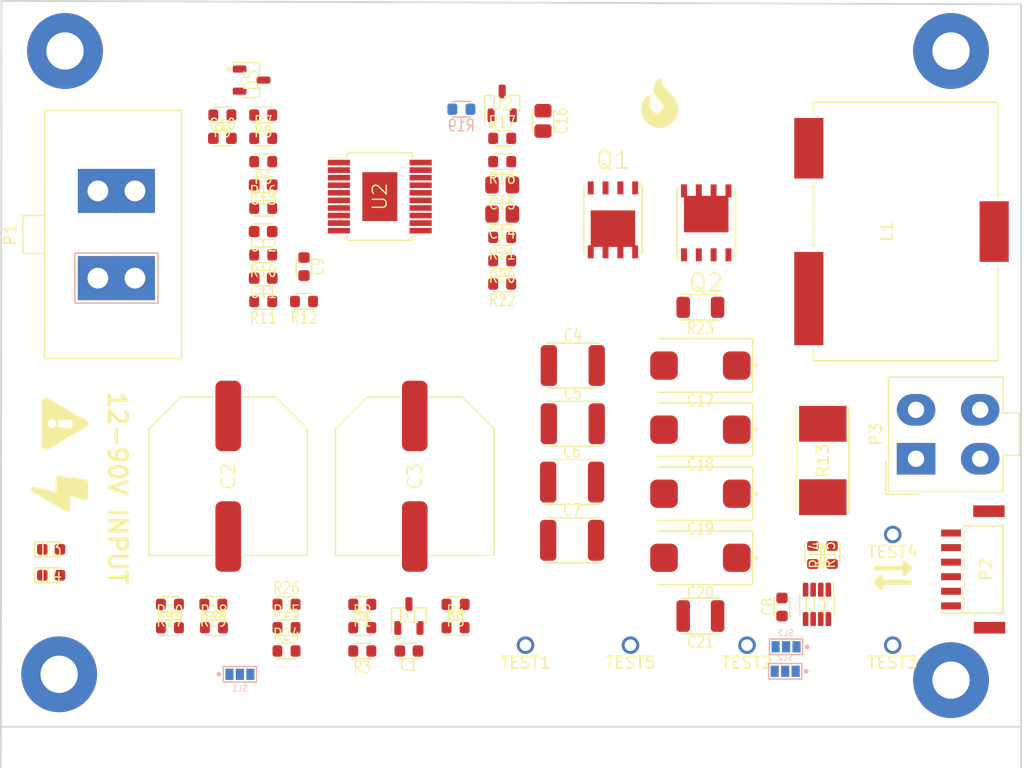
<source format=kicad_pcb>
(kicad_pcb (version 20171130) (host pcbnew "(5.0.1-3-g963ef8bb5)")
  (layers (0 F.Cu signal) (31 B.Cu signal) (34 B.Paste user) (35 F.Paste user) (36 B.SilkS user) (37 F.SilkS user) (38 B.Mask user) (39 F.Mask user) (44 Edge.Cuts user))
  (net 0 "")
  (net 1 "Net-(C1-Pad1)")
  (net 2 GND)
  (net 3 +BATT)
  (net 4 +3.3V)
  (net 5 "Net-(C9-Pad1)")
  (net 6 "Net-(C11-Pad1)")
  (net 7 "Net-(C10-Pad2)")
  (net 8 "Net-(C11-Pad2)")
  (net 9 "Net-(C12-Pad1)")
  (net 10 "Net-(C13-Pad1)")
  (net 11 "Net-(C14-Pad2)")
  (net 12 "Net-(C15-Pad2)")
  (net 13 "Net-(C16-Pad1)")
  (net 14 "Net-(C16-Pad2)")
  (net 15 +POWER)
  (net 16 "Net-(D3-PadA)")
  (net 17 "Net-(D4-PadA)")
  (net 18 /SUPPLY)
  (net 19 "Net-(Q1-Pad1)")
  (net 20 "Net-(Q2-Pad2)")
  (net 21 "Net-(Q2-Pad1)")
  (net 22 "Net-(R1-Pad1)")
  (net 23 VOLTAGE_INPUT)
  (net 24 "Net-(P2-Pad4)")
  (net 25 "Net-(R6-Pad1)")
  (net 26 "Net-(R7-Pad2)")
  (net 27 "Net-(R13-Pad3)")
  (net 28 "Net-(R14-Pad1)")
  (net 29 "Net-(R13-Pad4)")
  (net 30 "Net-(R15-Pad2)")
  (net 31 "Net-(R17-Pad1)")
  (net 32 "Net-(R19-Pad2)")
  (net 33 "Net-(R21-Pad2)")
  (net 34 "Net-(R22-Pad2)")
  (net 35 "Net-(R24-Pad1)")
  (net 36 "Net-(R26-Pad1)")
  (net 37 "Net-(R27-Pad1)")
  (net 38 "Net-(R28-Pad2)")
  (net 39 "Net-(R28-Pad1)")
  (net 40 "Net-(SL2-Pad2)")
  (net 41 "Net-(SL3-Pad2)")
  (net 42 "Net-(P2-Pad5)")
  (net 43 SCL)
  (net 44 SDA)
  (module Applidyne_Resistor:OARS1-R005FI (layer F.Cu) (at 164 107.65 270)
    (fp_text reference R13 (at 0 0 270) (layer F.SilkS))
    (fp_text value R005_METAL_SHUNT hide)
    (pad 2 smd rect (at 3.15 0 270) (size 3.07 4.07) (layers F.Cu F.Paste F.Mask) (net 18 /SUPPLY))
    (pad 1 smd rect (at -3.15 0 270) (size 3.07 4.07) (layers F.Cu F.Paste F.Mask) (net 15 +POWER))
  )
  (module Applidyne_Capacitor:CAPC1608X90N (layer F.Cu) (at 128.5 124 180)
    (fp_text reference C1 (at 0 -1.2 180) (layer F.SilkS) (effects (font (size 1 0.8) (thickness 0.12))))
    (fp_text value 100n_X7R_1608M hide)
    (pad 1 smd roundrect (at -0.775 0) (size 0.92 0.97) (layers F.Cu F.Paste F.Mask) (net 1 "Net-(C1-Pad1)"))
    (pad 2 smd roundrect (at 0.775 0) (size 0.92 0.97) (layers F.Cu F.Paste F.Mask) (net 2 GND))
  )
  (module Applidyne_Capacitor:CAPAE1350X1350D1490DD450L470N (layer F.Cu) (at 113 109 270)
    (fp_text reference C2 (at 0 0 270) (layer F.SilkS) (effects (font (size 1.2 1.2) (thickness 0.12))))
    (fp_text value 47u_ELEC_100V_1350X1350M hide)
    (pad 2 smd roundrect (at 5.175 0 270) (size 6.05 2.2) (layers F.Cu F.Paste F.Mask) (net 2 GND))
    (pad 1 smd roundrect (at -5.175 0 270) (size 6.05 2.2) (layers F.Cu F.Paste F.Mask) (net 3 +BATT))
  )
  (module Applidyne_Capacitor:CAPAE1350X1350D1490DD450L470N (layer F.Cu) (at 129 109 270)
    (fp_text reference C3 (at 0 0 270) (layer F.SilkS) (effects (font (size 1.2 1.2) (thickness 0.12))))
    (fp_text value 47u_ELEC_100V_1350X1350M hide)
    (pad 1 smd roundrect (at -5.175 0 270) (size 6.05 2.2) (layers F.Cu F.Paste F.Mask) (net 3 +BATT))
    (pad 2 smd roundrect (at 5.175 0 270) (size 6.05 2.2) (layers F.Cu F.Paste F.Mask) (net 2 GND))
  )
  (module Applidyne_Capacitor:CAPC4532X180N (layer F.Cu) (at 142.555 99.5)
    (fp_text reference C4 (at 0 -2.6) (layer F.SilkS) (effects (font (size 1 0.8) (thickness 0.12))))
    (fp_text value 2u2_X7R_4532M hide)
    (pad 1 smd roundrect (at -2.055 0 180) (size 1.4 3.51) (layers F.Cu F.Paste F.Mask) (net 3 +BATT))
    (pad 2 smd roundrect (at 2.055 0 180) (size 1.4 3.51) (layers F.Cu F.Paste F.Mask) (net 2 GND))
  )
  (module Applidyne_Capacitor:CAPC4532X180N (layer F.Cu) (at 142.555 104.5)
    (fp_text reference C5 (at 0 -2.6) (layer F.SilkS) (effects (font (size 1 0.8) (thickness 0.12))))
    (fp_text value 2u2_X7R_4532M hide)
    (pad 2 smd roundrect (at 2.055 0 180) (size 1.4 3.51) (layers F.Cu F.Paste F.Mask) (net 2 GND))
    (pad 1 smd roundrect (at -2.055 0 180) (size 1.4 3.51) (layers F.Cu F.Paste F.Mask) (net 3 +BATT))
  )
  (module Applidyne_Capacitor:CAPC4532X180N (layer F.Cu) (at 142.5 109.5)
    (fp_text reference C6 (at 0 -2.6) (layer F.SilkS) (effects (font (size 1 0.8) (thickness 0.12))))
    (fp_text value 2u2_X7R_4532M hide)
    (pad 1 smd roundrect (at -2.055 0 180) (size 1.4 3.51) (layers F.Cu F.Paste F.Mask) (net 3 +BATT))
    (pad 2 smd roundrect (at 2.055 0 180) (size 1.4 3.51) (layers F.Cu F.Paste F.Mask) (net 2 GND))
  )
  (module Applidyne_Capacitor:CAPC4532X180N (layer F.Cu) (at 142.5 114.5)
    (fp_text reference C7 (at 0 -2.6) (layer F.SilkS) (effects (font (size 1 0.8) (thickness 0.12))))
    (fp_text value 2u2_X7R_4532M hide)
    (pad 2 smd roundrect (at 2.055 0 180) (size 1.4 3.51) (layers F.Cu F.Paste F.Mask) (net 2 GND))
    (pad 1 smd roundrect (at -2.055 0 180) (size 1.4 3.51) (layers F.Cu F.Paste F.Mask) (net 3 +BATT))
  )
  (module Applidyne_Capacitor:CAPC1608X90N (layer F.Cu) (at 160.5 120.225 90)
    (fp_text reference C8 (at 0 -1.2 90) (layer F.SilkS) (effects (font (size 1 0.8) (thickness 0.12))))
    (fp_text value 100n_X7R_1608M hide)
    (pad 1 smd roundrect (at -0.775 0 270) (size 0.92 0.97) (layers F.Cu F.Paste F.Mask) (net 2 GND))
    (pad 2 smd roundrect (at 0.775 0 270) (size 0.92 0.97) (layers F.Cu F.Paste F.Mask) (net 4 +3.3V))
  )
  (module Applidyne_Capacitor:CAPC1608X90N (layer F.Cu) (at 119.5 91 270)
    (fp_text reference C9 (at 0 -1.2 270) (layer F.SilkS) (effects (font (size 1 0.8) (thickness 0.12))))
    (fp_text value 15p_X7R_1608M hide)
    (pad 1 smd roundrect (at -0.775 0 90) (size 0.92 0.97) (layers F.Cu F.Paste F.Mask) (net 5 "Net-(C9-Pad1)"))
    (pad 2 smd roundrect (at 0.775 0 90) (size 0.92 0.97) (layers F.Cu F.Paste F.Mask) (net 6 "Net-(C11-Pad1)"))
  )
  (module Applidyne_Capacitor:CAPC1608X90N (layer F.Cu) (at 112.5 80)
    (fp_text reference C10 (at 0 -1.2) (layer F.SilkS) (effects (font (size 1 0.8) (thickness 0.12))))
    (fp_text value 1u_X7R_1608M hide)
    (pad 2 smd roundrect (at 0.775 0 180) (size 0.92 0.97) (layers F.Cu F.Paste F.Mask) (net 7 "Net-(C10-Pad2)"))
    (pad 1 smd roundrect (at -0.775 0 180) (size 0.92 0.97) (layers F.Cu F.Paste F.Mask) (net 2 GND))
  )
  (module Applidyne_Capacitor:CAPC1608X90N (layer F.Cu) (at 116 92 180)
    (fp_text reference C11 (at 0 -1.2 180) (layer F.SilkS) (effects (font (size 1 0.8) (thickness 0.12))))
    (fp_text value 1n5_X7R_1608M hide)
    (pad 2 smd roundrect (at 0.775 0) (size 0.92 0.97) (layers F.Cu F.Paste F.Mask) (net 8 "Net-(C11-Pad2)"))
    (pad 1 smd roundrect (at -0.775 0) (size 0.92 0.97) (layers F.Cu F.Paste F.Mask) (net 6 "Net-(C11-Pad1)"))
  )
  (module Applidyne_Capacitor:CAPC1608X90N (layer F.Cu) (at 116 88 180)
    (fp_text reference C12 (at 0 -1.2 180) (layer F.SilkS) (effects (font (size 1 0.8) (thickness 0.12))))
    (fp_text value 100n_X7R_1608M hide)
    (pad 1 smd roundrect (at -0.775 0) (size 0.92 0.97) (layers F.Cu F.Paste F.Mask) (net 9 "Net-(C12-Pad1)"))
    (pad 2 smd roundrect (at 0.775 0) (size 0.92 0.97) (layers F.Cu F.Paste F.Mask) (net 2 GND))
  )
  (module Applidyne_Capacitor:CAPC1608X90N (layer F.Cu) (at 116 84 180)
    (fp_text reference C13 (at 0 -1.2 180) (layer F.SilkS) (effects (font (size 1 0.8) (thickness 0.12))))
    (fp_text value 330p_X7R_1608M hide)
    (pad 2 smd roundrect (at 0.775 0) (size 0.92 0.97) (layers F.Cu F.Paste F.Mask) (net 2 GND))
    (pad 1 smd roundrect (at -0.775 0) (size 0.92 0.97) (layers F.Cu F.Paste F.Mask) (net 10 "Net-(C13-Pad1)"))
  )
  (module Applidyne_Capacitor:CAPC2012X110N (layer F.Cu) (at 136.5 86.5 180)
    (fp_text reference C14 (at 0 -1.6 180) (layer F.SilkS) (effects (font (size 1 0.8) (thickness 0.12))))
    (fp_text value 1u_X7R_2012M hide)
    (pad 1 smd roundrect (at -0.875 0) (size 1.16 1.47) (layers F.Cu F.Paste F.Mask) (net 2 GND))
    (pad 2 smd roundrect (at 0.875 0) (size 1.16 1.47) (layers F.Cu F.Paste F.Mask) (net 11 "Net-(C14-Pad2)"))
  )
  (module Applidyne_Capacitor:CAPC2012X110N (layer F.Cu) (at 136.5 84 180)
    (fp_text reference C15 (at 0 -1.6 180) (layer F.SilkS) (effects (font (size 1 0.8) (thickness 0.12))))
    (fp_text value 1u_X7R_2012M hide)
    (pad 2 smd roundrect (at 0.875 0) (size 1.16 1.47) (layers F.Cu F.Paste F.Mask) (net 12 "Net-(C15-Pad2)"))
    (pad 1 smd roundrect (at -0.875 0) (size 1.16 1.47) (layers F.Cu F.Paste F.Mask) (net 2 GND))
  )
  (module Applidyne_Capacitor:CAPC2012X110N (layer F.Cu) (at 140 78.5 270)
    (fp_text reference C16 (at 0 -1.6 270) (layer F.SilkS) (effects (font (size 1 0.8) (thickness 0.12))))
    (fp_text value 1u_X7R_2012M hide)
    (pad 1 smd roundrect (at -0.875 0 90) (size 1.16 1.47) (layers F.Cu F.Paste F.Mask) (net 13 "Net-(C16-Pad1)"))
    (pad 2 smd roundrect (at 0.875 0 90) (size 1.16 1.47) (layers F.Cu F.Paste F.Mask) (net 14 "Net-(C16-Pad2)"))
  )
  (module Applidyne_Capacitor:CAPPM7343X310N (layer F.Cu) (at 153.5 99.5 180)
    (fp_text reference C17 (at 0 -3 180) (layer F.SilkS) (effects (font (size 1 0.8) (thickness 0.12))))
    (fp_text value 47u_TANT_7343M hide)
    (pad 2 smd roundrect (at 3.12 0) (size 2.37 2.43) (layers F.Cu F.Paste F.Mask) (net 2 GND))
    (pad 1 smd roundrect (at -3.12 0) (size 2.37 2.43) (layers F.Cu F.Paste F.Mask) (net 15 +POWER))
  )
  (module Applidyne_Capacitor:CAPPM7343X310N (layer F.Cu) (at 153.5 105 180)
    (fp_text reference C18 (at 0 -3 180) (layer F.SilkS) (effects (font (size 1 0.8) (thickness 0.12))))
    (fp_text value 47u_TANT_7343M hide)
    (pad 1 smd roundrect (at -3.12 0) (size 2.37 2.43) (layers F.Cu F.Paste F.Mask) (net 15 +POWER))
    (pad 2 smd roundrect (at 3.12 0) (size 2.37 2.43) (layers F.Cu F.Paste F.Mask) (net 2 GND))
  )
  (module Applidyne_Capacitor:CAPPM7343X310N (layer F.Cu) (at 153.5 110.5 180)
    (fp_text reference C19 (at 0 -3 180) (layer F.SilkS) (effects (font (size 1 0.8) (thickness 0.12))))
    (fp_text value 47u_TANT_7343M hide)
    (pad 2 smd roundrect (at 3.12 0) (size 2.37 2.43) (layers F.Cu F.Paste F.Mask) (net 2 GND))
    (pad 1 smd roundrect (at -3.12 0) (size 2.37 2.43) (layers F.Cu F.Paste F.Mask) (net 15 +POWER))
  )
  (module Applidyne_Capacitor:CAPPM7343X310N (layer F.Cu) (at 153.5 116 180)
    (fp_text reference C20 (at 0 -3 180) (layer F.SilkS) (effects (font (size 1 0.8) (thickness 0.12))))
    (fp_text value 47u_TANT_7343M hide)
    (pad 1 smd roundrect (at -3.12 0) (size 2.37 2.43) (layers F.Cu F.Paste F.Mask) (net 15 +POWER))
    (pad 2 smd roundrect (at 3.12 0) (size 2.37 2.43) (layers F.Cu F.Paste F.Mask) (net 2 GND))
  )
  (module Applidyne_Capacitor:CAPC3225X170N (layer F.Cu) (at 153.5 121 180)
    (fp_text reference C21 (at 0 -2.2 180) (layer F.SilkS) (effects (font (size 1 0.8) (thickness 0.12))))
    (fp_text value 22u_X7R_3225M hide)
    (pad 1 smd roundrect (at -1.475 0) (size 1.16 2.72) (layers F.Cu F.Paste F.Mask) (net 15 +POWER))
    (pad 2 smd roundrect (at 1.475 0) (size 1.16 2.72) (layers F.Cu F.Paste F.Mask) (net 2 GND))
  )
  (module Applidyne_SOT:SOT95P240X110-3L16N (layer F.Cu) (at 128.5 121)
    (fp_text reference D1 (at 0 0) (layer F.SilkS) (effects (font (size 1.2 0.96) (thickness 0.12))))
    (fp_text value BAV99 hide)
    (pad 1 smd roundrect (at -0.95 1.025 180) (size 0.61 1.18) (layers F.Cu F.Paste F.Mask) (net 2 GND))
    (pad 2 smd roundrect (at 0.95 1.025 180) (size 0.61 1.18) (layers F.Cu F.Paste F.Mask) (net 4 +3.3V))
    (pad 3 smd roundrect (at 0 -1.025 180) (size 0.61 1.18) (layers F.Cu F.Paste F.Mask) (net 1 "Net-(C1-Pad1)"))
  )
  (module Applidyne_SOT:SOT95P240X110-3L16N (layer F.Cu) (at 136.5 77)
    (fp_text reference D2 (at 0 0) (layer F.SilkS) (effects (font (size 1.2 0.96) (thickness 0.12))))
    (fp_text value 200V_350mW_SOT23 hide)
    (pad 1 smd roundrect (at -0.95 1.025 180) (size 0.61 1.18) (layers F.Cu F.Paste F.Mask) (net 11 "Net-(C14-Pad2)"))
    (pad 2 smd roundrect (at 0.95 1.025 180) (size 0.61 1.18) (layers F.Cu F.Paste F.Mask))
    (pad 3 smd roundrect (at 0 -1.025 180) (size 0.61 1.18) (layers F.Cu F.Paste F.Mask) (net 14 "Net-(C16-Pad2)"))
  )
  (module Applidyne_LED:LEDC1608X80L40N (layer F.Cu) (at 97.81 115.275)
    (fp_text reference D3 (at 0 0) (layer F.SilkS) (effects (font (size 1.2 0.96) (thickness 0.12))))
    (fp_text value LED_RED_1608M hide)
    (pad C smd roundrect (at -0.76 0) (size 0.91 0.93) (layers F.Cu F.Paste F.Mask) (net 2 GND))
    (pad A smd roundrect (at 0.76 0) (size 0.91 0.93) (layers F.Cu F.Paste F.Mask) (net 16 "Net-(D3-PadA)"))
  )
  (module Applidyne_LED:LEDC1608X80L40N (layer F.Cu) (at 97.81 117.5)
    (fp_text reference D4 (at 0 0) (layer F.SilkS) (effects (font (size 1.2 0.96) (thickness 0.12))))
    (fp_text value LED_GREEN_1608M hide)
    (pad A smd roundrect (at 0.76 0) (size 0.91 0.93) (layers F.Cu F.Paste F.Mask) (net 17 "Net-(D4-PadA)"))
    (pad C smd roundrect (at -0.76 0) (size 0.91 0.93) (layers F.Cu F.Paste F.Mask) (net 2 GND))
  )
  (module Applidyne_SOT:SOT95P240X110-3L16N (layer F.Cu) (at 115 75 270)
    (fp_text reference D5 (at 0 0 270) (layer F.SilkS) (effects (font (size 1.2 0.96) (thickness 0.12))))
    (fp_text value 200V_350mW_SOT23 hide)
    (pad 3 smd roundrect (at 0 -1.025 90) (size 0.61 1.18) (layers F.Cu F.Paste F.Mask) (net 3 +BATT))
    (pad 2 smd roundrect (at 0.95 1.025 90) (size 0.61 1.18) (layers F.Cu F.Paste F.Mask))
    (pad 1 smd roundrect (at -0.95 1.025 90) (size 0.61 1.18) (layers F.Cu F.Paste F.Mask) (net 7 "Net-(C10-Pad2)"))
  )
  (module Applidyne_Inductor:PULSE_PA2050 (layer F.Cu) (at 169.5 88 270)
    (fp_text reference L1 (at 0 0 270) (layer F.SilkS))
    (fp_text value 10u2_PA2050 hide)
    (pad 2 smd rect (at 5.75 6.7 270) (size 8 2.5) (layers F.Cu F.Paste F.Mask) (net 15 +POWER))
    (pad 1 smd rect (at -7.15 6.7 270) (size 5.2 2.5) (layers F.Cu F.Paste F.Mask) (net 13 "Net-(C16-Pad1)"))
    (pad 3 smd rect (at 0 -9.2 270) (size 5.2 2.5) (layers F.Cu F.Paste F.Mask))
  )
  (module Applidyne_Logo:BOLT_LOGO_310X490 (layer F.Cu) (at 98.5 110.5 270)
    (fp_text reference LOGO1 hide)
    (fp_text value LOGO hide)
  )
  (module Applidyne_Logo:WARN_TRIANGLE_LOGO440X400 (layer F.Cu) (at 99 104.5 270)
    (fp_text reference LOGO2 hide)
    (fp_text value LOGO hide)
  )
  (module Applidyne_Logo:FIRE_LOGO_320X420 (layer F.Cu) (at 150 77)
    (fp_text reference LOGO3 hide)
    (fp_text value LOGO hide)
  )
  (module Applidyne_Logo:DUPLEX_LOGO330X260 (layer F.Cu) (at 170 117.5 180)
    (fp_text reference LOGO4 hide)
    (fp_text value LOGO hide)
  )
  (module Applidyne_Mount:MTGP650H330 (layer F.Cu) (at 99 72.5)
    (fp_text reference MNT1 hide)
    (fp_text value MNT_M3_PLATED hide)
    (pad 1 thru_hole circle (at 0 0) (size 6.5 6.5) (drill 3.2) (layers *.Cu *.Mask) (net 2 GND))
  )
  (module Applidyne_Mount:MTGP650H330 (layer F.Cu) (at 175 126.5)
    (fp_text reference MNT2 hide)
    (fp_text value MNT_M3_PLATED hide)
    (pad 1 thru_hole circle (at 0 0) (size 6.5 6.5) (drill 3.2) (layers *.Cu *.Mask) (net 2 GND))
  )
  (module Applidyne_Mount:MTGP650H330 (layer F.Cu) (at 175 72.5)
    (fp_text reference MNT3 hide)
    (fp_text value MNT_M3_PLATED hide)
    (pad 1 thru_hole circle (at 0 0) (size 6.5 6.5) (drill 3.2) (layers *.Cu *.Mask) (net 2 GND))
  )
  (module Applidyne_Mount:MTGP650H330 (layer F.Cu) (at 98.5 126)
    (fp_text reference MNT4 hide)
    (fp_text value MNT_M3_PLATED hide)
    (pad 1 thru_hole circle (at 0 0) (size 6.5 6.5) (drill 3.2) (layers *.Cu *.Mask) (net 2 GND))
  )
  (module Applidyne_Connector_Molex:Molex_Sabre_43160-0102_VERT (layer F.Cu) (at 105 92 90)
    (fp_text reference P1 (at 3.75 -10.7 90) (layer F.SilkS))
    (fp_text value MOLEX_43160-0102)
    (pad 1 thru_hole rect (at 0 0 90) (size 3.78 3.43) (drill 1.78) (layers *.Cu *.Mask) (net 3 +BATT))
    (pad 2 thru_hole rect (at 7.49 0 90) (size 3.78 3.43) (drill 1.78) (layers *.Cu *.Mask) (net 2 GND))
    (pad 1 thru_hole rect (at 0 -3.18 90) (size 3.78 3.43) (drill 1.78) (layers *.Cu *.Mask) (net 3 +BATT))
    (pad 2 thru_hole rect (at 7.49 -3.18 90) (size 3.78 3.43) (drill 1.78) (layers *.Cu *.Mask) (net 2 GND))
  )
  (module Applidyne_Connector_Molex:Molex_Mini-Fit_Jr_5566-04A_2x02_P4.20mm_Vertical (layer F.Cu) (at 172 107.5 90)
    (fp_text reference P3 (at 2.1 -3.45 90) (layer F.SilkS))
    (fp_text value MOLEX_MINIFIT_JR_2x2_WAY)
    (pad 1 thru_hole rect (at 0 0 90) (size 2.7 3.3) (drill 1.4) (layers *.Cu *.Mask) (net 18 /SUPPLY))
    (pad 2 thru_hole oval (at 4.2 0 90) (size 2.7 3.3) (drill 1.4) (layers *.Cu *.Mask) (net 2 GND))
    (pad 3 thru_hole oval (at 0 5.5 90) (size 2.7 3.3) (drill 1.4) (layers *.Cu *.Mask) (net 18 /SUPPLY))
    (pad 4 thru_hole oval (at 4.2 5.5 90) (size 2.7 3.3) (drill 1.4) (layers *.Cu *.Mask) (net 2 GND))
  )
  (module Applidyne_SON:SON127P490X575X90-9T313X381M (layer F.Cu) (at 146 87 180)
    (fp_text reference Q1 (at 0 5.15 180) (layer F.SilkS) (effects (font (size 1.5 1.5))))
    (fp_text value Si7852DP hide)
    (pad 3 smd rect (at 0 -0.75 270) (size 3.13 3.815) (layers F.Cu F.Paste F.Mask) (net 3 +BATT))
    (pad 3 smd rect (at -1.905 -2.745 270) (size 1.11 0.51) (layers F.Cu F.Paste F.Mask) (net 3 +BATT))
    (pad 3 smd rect (at -0.635 -2.745 270) (size 1.11 0.51) (layers F.Cu F.Paste F.Mask) (net 3 +BATT))
    (pad 3 smd rect (at 0.635 -2.745 270) (size 1.11 0.51) (layers F.Cu F.Paste F.Mask) (net 3 +BATT))
    (pad 3 smd rect (at 1.905 -2.745 270) (size 1.11 0.51) (layers F.Cu F.Paste F.Mask) (net 3 +BATT))
    (pad 1 smd rect (at 1.905 2.745 270) (size 1.11 0.51) (layers F.Cu F.Paste F.Mask) (net 19 "Net-(Q1-Pad1)"))
    (pad 2 smd rect (at 0.635 2.745 270) (size 1.11 0.51) (layers F.Cu F.Paste F.Mask) (net 13 "Net-(C16-Pad1)"))
    (pad 2 smd rect (at -0.635 2.745 270) (size 1.11 0.51) (layers F.Cu F.Paste F.Mask) (net 13 "Net-(C16-Pad1)"))
    (pad 2 smd rect (at -1.905 2.745 270) (size 1.11 0.51) (layers F.Cu F.Paste F.Mask) (net 13 "Net-(C16-Pad1)"))
  )
  (module Applidyne_SON:SON127P490X575X90-9T313X381M (layer F.Cu) (at 154 87.25)
    (fp_text reference Q2 (at 0 5.15) (layer F.SilkS) (effects (font (size 1.5 1.5))))
    (fp_text value Si7852DP hide)
    (pad 2 smd rect (at -1.905 2.745 90) (size 1.11 0.51) (layers F.Cu F.Paste F.Mask) (net 20 "Net-(Q2-Pad2)"))
    (pad 2 smd rect (at -0.635 2.745 90) (size 1.11 0.51) (layers F.Cu F.Paste F.Mask) (net 20 "Net-(Q2-Pad2)"))
    (pad 2 smd rect (at 0.635 2.745 90) (size 1.11 0.51) (layers F.Cu F.Paste F.Mask) (net 20 "Net-(Q2-Pad2)"))
    (pad 1 smd rect (at 1.905 2.745 90) (size 1.11 0.51) (layers F.Cu F.Paste F.Mask) (net 21 "Net-(Q2-Pad1)"))
    (pad 3 smd rect (at 1.905 -2.745 90) (size 1.11 0.51) (layers F.Cu F.Paste F.Mask) (net 13 "Net-(C16-Pad1)"))
    (pad 3 smd rect (at 0.635 -2.745 90) (size 1.11 0.51) (layers F.Cu F.Paste F.Mask) (net 13 "Net-(C16-Pad1)"))
    (pad 3 smd rect (at -0.635 -2.745 90) (size 1.11 0.51) (layers F.Cu F.Paste F.Mask) (net 13 "Net-(C16-Pad1)"))
    (pad 3 smd rect (at -1.905 -2.745 90) (size 1.11 0.51) (layers F.Cu F.Paste F.Mask) (net 13 "Net-(C16-Pad1)"))
    (pad 3 smd rect (at 0 -0.75 90) (size 3.13 3.815) (layers F.Cu F.Paste F.Mask) (net 13 "Net-(C16-Pad1)"))
  )
  (module Applidyne_Resistor:RESC1608X50N (layer F.Cu) (at 124.5 120 180)
    (fp_text reference R1 (at 0 -1.4 180) (layer F.SilkS) (effects (font (size 1 0.8) (thickness 0.12))))
    (fp_text value 130K_1608M hide)
    (pad 2 smd roundrect (at 0.775 0) (size 0.85 0.98) (layers F.Cu F.Paste F.Mask) (net 3 +BATT))
    (pad 1 smd roundrect (at -0.775 0) (size 0.85 0.98) (layers F.Cu F.Paste F.Mask) (net 22 "Net-(R1-Pad1)"))
  )
  (module Applidyne_Resistor:RESC1608X50N (layer F.Cu) (at 124.5 122)
    (fp_text reference R2 (at 0 -1.4) (layer F.SilkS) (effects (font (size 1 0.8) (thickness 0.12))))
    (fp_text value 130K_1608M hide)
    (pad 1 smd roundrect (at -0.775 0 180) (size 0.85 0.98) (layers F.Cu F.Paste F.Mask) (net 1 "Net-(C1-Pad1)"))
    (pad 2 smd roundrect (at 0.775 0 180) (size 0.85 0.98) (layers F.Cu F.Paste F.Mask) (net 22 "Net-(R1-Pad1)"))
  )
  (module Applidyne_Resistor:RESC1608X50N (layer F.Cu) (at 124.5 124 180)
    (fp_text reference R3 (at 0 -1.4 180) (layer F.SilkS) (effects (font (size 1 0.8) (thickness 0.12))))
    (fp_text value 10K0_1608M hide)
    (pad 2 smd roundrect (at 0.775 0) (size 0.85 0.98) (layers F.Cu F.Paste F.Mask) (net 1 "Net-(C1-Pad1)"))
    (pad 1 smd roundrect (at -0.775 0) (size 0.85 0.98) (layers F.Cu F.Paste F.Mask) (net 2 GND))
  )
  (module Applidyne_Resistor:RESC1608X50N (layer F.Cu) (at 132.5 122)
    (fp_text reference R4 (at 0 -1.4) (layer F.SilkS) (effects (font (size 1 0.8) (thickness 0.12))))
    (fp_text value 0R_1608M hide)
    (pad 2 smd roundrect (at 0.775 0 180) (size 0.85 0.98) (layers F.Cu F.Paste F.Mask) (net 23 VOLTAGE_INPUT))
    (pad 1 smd roundrect (at -0.775 0 180) (size 0.85 0.98) (layers F.Cu F.Paste F.Mask) (net 24 "Net-(P2-Pad4)"))
  )
  (module Applidyne_Resistor:RESC1608X50N (layer F.Cu) (at 132.5 120 180)
    (fp_text reference R5 (at 0 -1.4 180) (layer F.SilkS) (effects (font (size 1 0.8) (thickness 0.12))))
    (fp_text value 1K00_1608M hide)
    (pad 1 smd roundrect (at -0.775 0) (size 0.85 0.98) (layers F.Cu F.Paste F.Mask) (net 23 VOLTAGE_INPUT))
    (pad 2 smd roundrect (at 0.775 0) (size 0.85 0.98) (layers F.Cu F.Paste F.Mask) (net 1 "Net-(C1-Pad1)"))
  )
  (module Applidyne_Resistor:RESC1608X50N (layer F.Cu) (at 116 82 180)
    (fp_text reference R6 (at 0 -1.4 180) (layer F.SilkS) (effects (font (size 1 0.8) (thickness 0.12))))
    (fp_text value 1M_1608M hide)
    (pad 2 smd roundrect (at 0.775 0) (size 0.85 0.98) (layers F.Cu F.Paste F.Mask) (net 3 +BATT))
    (pad 1 smd roundrect (at -0.775 0) (size 0.85 0.98) (layers F.Cu F.Paste F.Mask) (net 25 "Net-(R6-Pad1)"))
  )
  (module Applidyne_Resistor:RESC1608X50N (layer F.Cu) (at 116 80)
    (fp_text reference R7 (at 0 -1.4) (layer F.SilkS) (effects (font (size 1 0.8) (thickness 0.12))))
    (fp_text value 12K7_1608M hide)
    (pad 1 smd roundrect (at -0.775 0 180) (size 0.85 0.98) (layers F.Cu F.Paste F.Mask) (net 2 GND))
    (pad 2 smd roundrect (at 0.775 0 180) (size 0.85 0.98) (layers F.Cu F.Paste F.Mask) (net 26 "Net-(R7-Pad2)"))
  )
  (module Applidyne_Resistor:RESC1608X50N (layer F.Cu) (at 116 78 180)
    (fp_text reference R8 (at 0 -1.4 180) (layer F.SilkS) (effects (font (size 1 0.8) (thickness 0.12))))
    (fp_text value 102K_1608M hide)
    (pad 1 smd roundrect (at -0.775 0) (size 0.85 0.98) (layers F.Cu F.Paste F.Mask) (net 3 +BATT))
    (pad 2 smd roundrect (at 0.775 0) (size 0.85 0.98) (layers F.Cu F.Paste F.Mask) (net 7 "Net-(C10-Pad2)"))
  )
  (module Applidyne_Resistor:RESC1608X50N (layer F.Cu) (at 112.5 78 180)
    (fp_text reference R9 (at 0 -1.4 180) (layer F.SilkS) (effects (font (size 1 0.8) (thickness 0.12))))
    (fp_text value 9K53_1608M hide)
    (pad 1 smd roundrect (at -0.775 0) (size 0.85 0.98) (layers F.Cu F.Paste F.Mask) (net 7 "Net-(C10-Pad2)"))
    (pad 2 smd roundrect (at 0.775 0) (size 0.85 0.98) (layers F.Cu F.Paste F.Mask) (net 2 GND))
  )
  (module Applidyne_Resistor:RESC1608X50N (layer F.Cu) (at 116 90 180)
    (fp_text reference R10 (at 0 -1.4 180) (layer F.SilkS) (effects (font (size 1 0.8) (thickness 0.12))))
    (fp_text value 39K_1608M hide)
    (pad 1 smd roundrect (at -0.775 0) (size 0.85 0.98) (layers F.Cu F.Paste F.Mask) (net 5 "Net-(C9-Pad1)"))
    (pad 2 smd roundrect (at 0.775 0) (size 0.85 0.98) (layers F.Cu F.Paste F.Mask) (net 8 "Net-(C11-Pad2)"))
  )
  (module Applidyne_Resistor:RESC1608X50N (layer F.Cu) (at 116 94 180)
    (fp_text reference R11 (at 0 -1.4 180) (layer F.SilkS) (effects (font (size 1 0.8) (thickness 0.12))))
    (fp_text value 1K2_1608M hide)
    (pad 2 smd roundrect (at 0.775 0) (size 0.85 0.98) (layers F.Cu F.Paste F.Mask) (net 2 GND))
    (pad 1 smd roundrect (at -0.775 0) (size 0.85 0.98) (layers F.Cu F.Paste F.Mask) (net 6 "Net-(C11-Pad1)"))
  )
  (module Applidyne_Resistor:RESC1608X50N (layer F.Cu) (at 119.5 94 180)
    (fp_text reference R12 (at 0 -1.4 180) (layer F.SilkS) (effects (font (size 1 0.8) (thickness 0.12))))
    (fp_text value 10K7_1608M hide)
    (pad 1 smd roundrect (at -0.775 0) (size 0.85 0.98) (layers F.Cu F.Paste F.Mask) (net 15 +POWER))
    (pad 2 smd roundrect (at 0.775 0) (size 0.85 0.98) (layers F.Cu F.Paste F.Mask) (net 6 "Net-(C11-Pad1)"))
  )
  (module Applidyne_Resistor:RESC1608X50N (layer F.Cu) (at 164.797569 115.759695 90)
    (fp_text reference R14 (at 0 -1.4 90) (layer F.SilkS) (effects (font (size 1 0.8) (thickness 0.12))))
    (fp_text value 1K00_1608M hide)
    (pad 2 smd roundrect (at 0.775 0 270) (size 0.85 0.98) (layers F.Cu F.Paste F.Mask) (net 27 "Net-(R13-Pad3)"))
    (pad 1 smd roundrect (at -0.775 0 270) (size 0.85 0.98) (layers F.Cu F.Paste F.Mask) (net 28 "Net-(R14-Pad1)"))
  )
  (module Applidyne_Resistor:RESC1608X50N (layer F.Cu) (at 163.147569 115.759695 270)
    (fp_text reference R15 (at 0 -1.4 270) (layer F.SilkS) (effects (font (size 1 0.8) (thickness 0.12))))
    (fp_text value 1K00_1608M hide)
    (pad 1 smd roundrect (at -0.775 0 90) (size 0.85 0.98) (layers F.Cu F.Paste F.Mask) (net 29 "Net-(R13-Pad4)"))
    (pad 2 smd roundrect (at 0.775 0 90) (size 0.85 0.98) (layers F.Cu F.Paste F.Mask) (net 30 "Net-(R15-Pad2)"))
  )
  (module Applidyne_Resistor:RESC1608X50N (layer F.Cu) (at 116 86)
    (fp_text reference R16 (at 0 -1.4) (layer F.SilkS) (effects (font (size 1 0.8) (thickness 0.12))))
    (fp_text value 750K_1608M hide)
    (pad 2 smd roundrect (at 0.775 0 180) (size 0.85 0.98) (layers F.Cu F.Paste F.Mask) (net 10 "Net-(C13-Pad1)"))
    (pad 1 smd roundrect (at -0.775 0 180) (size 0.85 0.98) (layers F.Cu F.Paste F.Mask) (net 11 "Net-(C14-Pad2)"))
  )
  (module Applidyne_Resistor:RESC1608X50N (layer F.Cu) (at 136.5 80)
    (fp_text reference R17 (at 0 -1.4) (layer F.SilkS) (effects (font (size 1 0.8) (thickness 0.12))))
    (fp_text value 2R2_1608M hide)
    (pad 1 smd roundrect (at -0.775 0 180) (size 0.85 0.98) (layers F.Cu F.Paste F.Mask) (net 31 "Net-(R17-Pad1)"))
    (pad 2 smd roundrect (at 0.775 0 180) (size 0.85 0.98) (layers F.Cu F.Paste F.Mask) (net 14 "Net-(C16-Pad2)"))
  )
  (module Applidyne_Resistor:RESC1608X50N (layer F.Cu) (at 136.5 82 180)
    (fp_text reference R18 (at 0 -1.4 180) (layer F.SilkS) (effects (font (size 1 0.8) (thickness 0.12))))
    (fp_text value 1R0_1608M hide)
    (pad 2 smd roundrect (at 0.775 0) (size 0.85 0.98) (layers F.Cu F.Paste F.Mask) (net 12 "Net-(C15-Pad2)"))
    (pad 1 smd roundrect (at -0.775 0) (size 0.85 0.98) (layers F.Cu F.Paste F.Mask) (net 15 +POWER))
  )
  (module Applidyne_Resistor:RESC1608X50N (layer B.Cu) (at 133 77.5)
    (fp_text reference R19 (at 0 1.4) (layer B.SilkS) (effects (font (size 1 0.8) (thickness 0.12)) (justify mirror)))
    (fp_text value 0R_1608M hide)
    (pad 2 smd roundrect (at 0.775 0 180) (size 0.85 0.98) (layers B.Cu B.Paste B.Mask) (net 32 "Net-(R19-Pad2)"))
    (pad 1 smd roundrect (at -0.775 0 180) (size 0.85 0.98) (layers B.Cu B.Paste B.Mask) (net 13 "Net-(C16-Pad1)"))
  )
  (module Applidyne_Resistor:RESC1608X50N (layer F.Cu) (at 136.5 90.5 180)
    (fp_text reference R20 (at 0 -1.4 180) (layer F.SilkS) (effects (font (size 1 0.8) (thickness 0.12))))
    (fp_text value 0R_1608M hide)
    (pad 1 smd roundrect (at -0.775 0) (size 0.85 0.98) (layers F.Cu F.Paste F.Mask) (net 20 "Net-(Q2-Pad2)"))
    (pad 2 smd roundrect (at 0.775 0) (size 0.85 0.98) (layers F.Cu F.Paste F.Mask) (net 32 "Net-(R19-Pad2)"))
  )
  (module Applidyne_Resistor:RESC1608X50N (layer F.Cu) (at 136.5 88.5 180)
    (fp_text reference R21 (at 0 -1.4 180) (layer F.SilkS) (effects (font (size 1 0.8) (thickness 0.12))))
    (fp_text value 0R_1608M hide)
    (pad 1 smd roundrect (at -0.775 0) (size 0.85 0.98) (layers F.Cu F.Paste F.Mask) (net 2 GND))
    (pad 2 smd roundrect (at 0.775 0) (size 0.85 0.98) (layers F.Cu F.Paste F.Mask) (net 33 "Net-(R21-Pad2)"))
  )
  (module Applidyne_Resistor:RESC1608X50N (layer F.Cu) (at 136.5 92.5 180)
    (fp_text reference R22 (at 0 -1.4 180) (layer F.SilkS) (effects (font (size 1 0.8) (thickness 0.12))))
    (fp_text value 10K0_1608M hide)
    (pad 2 smd roundrect (at 0.775 0) (size 0.85 0.98) (layers F.Cu F.Paste F.Mask) (net 34 "Net-(R22-Pad2)"))
    (pad 1 smd roundrect (at -0.775 0) (size 0.85 0.98) (layers F.Cu F.Paste F.Mask) (net 2 GND))
  )
  (module Applidyne_Resistor:RESC3216X140N (layer F.Cu) (at 153.5 94.5 180)
    (fp_text reference R23 (at 0 -1.8 180) (layer F.SilkS) (effects (font (size 1 0.8) (thickness 0.12))))
    (fp_text value R01_3216M hide)
    (pad 1 smd roundrect (at -1.475 0) (size 1.16 1.82) (layers F.Cu F.Paste F.Mask) (net 20 "Net-(Q2-Pad2)"))
    (pad 2 smd roundrect (at 1.475 0) (size 1.16 1.82) (layers F.Cu F.Paste F.Mask) (net 2 GND))
  )
  (module Applidyne_Resistor:RESC1608X50N (layer F.Cu) (at 118 124)
    (fp_text reference R24 (at 0 -1.4) (layer F.SilkS) (effects (font (size 1 0.8) (thickness 0.12))))
    (fp_text value 10K0_1608M hide)
    (pad 1 smd roundrect (at -0.775 0 180) (size 0.85 0.98) (layers F.Cu F.Paste F.Mask) (net 35 "Net-(R24-Pad1)"))
    (pad 2 smd roundrect (at 0.775 0 180) (size 0.85 0.98) (layers F.Cu F.Paste F.Mask) (net 15 +POWER))
  )
  (module Applidyne_Resistor:RESC1608X50N (layer F.Cu) (at 118 122)
    (fp_text reference R25 (at 0 -1.4) (layer F.SilkS) (effects (font (size 1 0.8) (thickness 0.12))))
    (fp_text value 10K0_1608M hide)
    (pad 2 smd roundrect (at 0.775 0 180) (size 0.85 0.98) (layers F.Cu F.Paste F.Mask) (net 15 +POWER))
    (pad 1 smd roundrect (at -0.775 0 180) (size 0.85 0.98) (layers F.Cu F.Paste F.Mask) (net 35 "Net-(R24-Pad1)"))
  )
  (module Applidyne_Resistor:RESC1608X50N (layer F.Cu) (at 118 120)
    (fp_text reference R26 (at 0 -1.4) (layer F.SilkS) (effects (font (size 1 0.8) (thickness 0.12))))
    (fp_text value 2K40_1608M hide)
    (pad 2 smd roundrect (at 0.775 0 180) (size 0.85 0.98) (layers F.Cu F.Paste F.Mask) (net 15 +POWER))
    (pad 1 smd roundrect (at -0.775 0 180) (size 0.85 0.98) (layers F.Cu F.Paste F.Mask) (net 36 "Net-(R26-Pad1)"))
  )
  (module Applidyne_Resistor:RESC1608X50N (layer F.Cu) (at 108 120 180)
    (fp_text reference R27 (at 0 -1.4 180) (layer F.SilkS) (effects (font (size 1 0.8) (thickness 0.12))))
    (fp_text value 2K40_1608M hide)
    (pad 1 smd roundrect (at -0.775 0) (size 0.85 0.98) (layers F.Cu F.Paste F.Mask) (net 37 "Net-(R27-Pad1)"))
    (pad 2 smd roundrect (at 0.775 0) (size 0.85 0.98) (layers F.Cu F.Paste F.Mask) (net 3 +BATT))
  )
  (module Applidyne_Resistor:RESC1608X50N (layer F.Cu) (at 111.775 122)
    (fp_text reference R28 (at 0 -1.4) (layer F.SilkS) (effects (font (size 1 0.8) (thickness 0.12))))
    (fp_text value 2K40_1608M hide)
    (pad 2 smd roundrect (at 0.775 0 180) (size 0.85 0.98) (layers F.Cu F.Paste F.Mask) (net 38 "Net-(R28-Pad2)"))
    (pad 1 smd roundrect (at -0.775 0 180) (size 0.85 0.98) (layers F.Cu F.Paste F.Mask) (net 39 "Net-(R28-Pad1)"))
  )
  (module Applidyne_Resistor:RESC1608X50N (layer F.Cu) (at 111.725 120 180)
    (fp_text reference R29 (at 0 -1.4 180) (layer F.SilkS) (effects (font (size 1 0.8) (thickness 0.12))))
    (fp_text value 2K40_1608M hide)
    (pad 2 smd roundrect (at 0.775 0) (size 0.85 0.98) (layers F.Cu F.Paste F.Mask) (net 37 "Net-(R27-Pad1)"))
    (pad 1 smd roundrect (at -0.775 0) (size 0.85 0.98) (layers F.Cu F.Paste F.Mask) (net 38 "Net-(R28-Pad2)"))
  )
  (module Applidyne_Resistor:RESC1608X50N (layer F.Cu) (at 108 122)
    (fp_text reference R30 (at 0 -1.4) (layer F.SilkS) (effects (font (size 1 0.8) (thickness 0.12))))
    (fp_text value 2K40_1608M hide)
    (pad 1 smd roundrect (at -0.775 0 180) (size 0.85 0.98) (layers F.Cu F.Paste F.Mask) (net 16 "Net-(D3-PadA)"))
    (pad 2 smd roundrect (at 0.775 0 180) (size 0.85 0.98) (layers F.Cu F.Paste F.Mask) (net 39 "Net-(R28-Pad1)"))
  )
  (module Applidyne_Link:SJ1608-3N (layer B.Cu) (at 114 126)
    (fp_text reference SL1 (at 0 1.2) (layer B.SilkS) (effects (font (size 0.5 0.5) (thickness 0.05)) (justify mirror)))
    (fp_text value SOLDER-LINK-3 hide)
    (pad 3 smd rect (at 0.9 0) (size 0.7 0.97) (layers B.Cu B.Mask) (net 35 "Net-(R24-Pad1)"))
    (pad 2 smd rect (at 0 0) (size 0.7 0.97) (layers B.Cu B.Mask) (net 17 "Net-(D4-PadA)"))
    (pad 1 smd rect (at -0.9 0) (size 0.7 0.97) (layers B.Cu B.Mask) (net 36 "Net-(R26-Pad1)"))
  )
  (module Applidyne_Link:SJ1608-3N (layer B.Cu) (at 160.772569 125.740305 180)
    (fp_text reference SL2 (at 0 1.2 180) (layer B.SilkS) (effects (font (size 0.5 0.5) (thickness 0.05)) (justify mirror)))
    (fp_text value SOLDER-LINK-3 hide)
    (pad 1 smd rect (at -0.9 0 180) (size 0.7 0.97) (layers B.Cu B.Mask) (net 2 GND))
    (pad 2 smd rect (at 0 0 180) (size 0.7 0.97) (layers B.Cu B.Mask) (net 40 "Net-(SL2-Pad2)"))
    (pad 3 smd rect (at 0.9 0 180) (size 0.7 0.97) (layers B.Cu B.Mask) (net 4 +3.3V))
  )
  (module Applidyne_Link:SJ1608-3N (layer B.Cu) (at 160.847569 123.640305 180)
    (fp_text reference SL3 (at 0 1.2 180) (layer B.SilkS) (effects (font (size 0.5 0.5) (thickness 0.05)) (justify mirror)))
    (fp_text value SOLDER-LINK-3 hide)
    (pad 1 smd rect (at -0.9 0 180) (size 0.7 0.97) (layers B.Cu B.Mask) (net 2 GND))
    (pad 2 smd rect (at 0 0 180) (size 0.7 0.97) (layers B.Cu B.Mask) (net 41 "Net-(SL3-Pad2)"))
    (pad 3 smd rect (at 0.9 0 180) (size 0.7 0.97) (layers B.Cu B.Mask) (net 4 +3.3V))
  )
  (module Applidyne_Test:KEYSTONE_5115 (layer F.Cu) (at 138.5 123.5)
    (fp_text reference TEST1 (at 0 1.5) (layer F.SilkS))
    (fp_text value CLIP_HOOK_BROWN hide)
    (pad 1 thru_hole circle (at 0 0) (size 1.5 1.5) (drill 1) (layers *.Cu *.Mask) (net 3 +BATT))
  )
  (module Applidyne_Test:KEYSTONE_5004 (layer F.Cu) (at 157.5 123.5)
    (fp_text reference TEST2 (at 0 1.5) (layer F.SilkS))
    (fp_text value CLIP_HOOK_YELLOW hide)
    (pad 1 thru_hole circle (at 0 0) (size 1.5 1.5) (drill 1) (layers *.Cu *.Mask) (net 15 +POWER))
  )
  (module Applidyne_Test:KEYSTONE_5002 (layer F.Cu) (at 170 123.5)
    (fp_text reference TEST3 (at 0 1.5) (layer F.SilkS))
    (fp_text value CLIP_HOOK_WHITE hide)
    (pad 1 thru_hole circle (at 0 0) (size 1.5 1.5) (drill 1) (layers *.Cu *.Mask) (net 42 "Net-(P2-Pad5)"))
  )
  (module Applidyne_Test:KEYSTONE_5003 (layer F.Cu) (at 170 114)
    (fp_text reference TEST4 (at 0 1.5) (layer F.SilkS))
    (fp_text value CLIP_HOOK_ORANGE hide)
    (pad 1 thru_hole circle (at 0 0) (size 1.5 1.5) (drill 1) (layers *.Cu *.Mask) (net 4 +3.3V))
  )
  (module Applidyne_Test:KEYSTONE_5001 (layer F.Cu) (at 147.5 123.5)
    (fp_text reference TEST5 (at 0 1.5) (layer F.SilkS))
    (fp_text value CLIP_HOOK_BLACK hide)
    (pad 1 thru_hole circle (at 0 0) (size 1.5 1.5) (drill 1) (layers *.Cu *.Mask) (net 2 GND))
  )
  (module Applidyne_SOT:SOT23-8P65_280X145L45X30N (layer F.Cu) (at 163.5 120 180)
    (fp_text reference U1 (at 0 0 180) (layer F.SilkS) (effects (font (size 1.2 1.2) (thickness 0.12))))
    (fp_text value INA219AID**)
    (pad 1 smd roundrect (at -0.975 1.255 270) (size 1.21 0.48) (layers F.Cu F.Paste F.Mask) (net 28 "Net-(R14-Pad1)"))
    (pad 2 smd roundrect (at -0.325 1.255 270) (size 1.21 0.48) (layers F.Cu F.Paste F.Mask) (net 30 "Net-(R15-Pad2)"))
    (pad 3 smd roundrect (at 0.325 1.255 270) (size 1.21 0.48) (layers F.Cu F.Paste F.Mask) (net 2 GND))
    (pad 4 smd roundrect (at 0.975 1.255 270) (size 1.21 0.48) (layers F.Cu F.Paste F.Mask) (net 4 +3.3V))
    (pad 5 smd roundrect (at 0.975 -1.255 270) (size 1.21 0.48) (layers F.Cu F.Paste F.Mask) (net 43 SCL))
    (pad 6 smd roundrect (at 0.325 -1.255 270) (size 1.21 0.48) (layers F.Cu F.Paste F.Mask) (net 44 SDA))
    (pad 7 smd roundrect (at -0.325 -1.255 270) (size 1.21 0.48) (layers F.Cu F.Paste F.Mask) (net 40 "Net-(SL2-Pad2)"))
    (pad 8 smd roundrect (at -0.975 -1.255 270) (size 1.21 0.48) (layers F.Cu F.Paste F.Mask) (net 41 "Net-(SL3-Pad2)"))
  )
  (module Applidyne_SOP:SOP21P65_720X780X200L75X30N (layer F.Cu) (at 126 85 270)
    (fp_text reference U2 (at 0 0 270) (layer F.SilkS) (effects (font (size 1.2 1.2) (thickness 0.12))))
    (fp_text value LM5116)
    (pad 1 smd rect (at -2.925 3.505) (size 1.9 0.48) (layers F.Cu F.Paste F.Mask) (net 3 +BATT))
    (pad 2 smd rect (at -2.275 3.505) (size 1.9 0.48) (layers F.Cu F.Paste F.Mask) (net 7 "Net-(C10-Pad2)"))
    (pad 3 smd rect (at -1.625 3.505) (size 1.9 0.48) (layers F.Cu F.Paste F.Mask) (net 26 "Net-(R7-Pad2)"))
    (pad 4 smd rect (at -0.975 3.505) (size 1.9 0.48) (layers F.Cu F.Paste F.Mask) (net 25 "Net-(R6-Pad1)"))
    (pad 5 smd rect (at -0.325 3.505) (size 1.9 0.48) (layers F.Cu F.Paste F.Mask) (net 10 "Net-(C13-Pad1)"))
    (pad 6 smd rect (at 0.325 3.505) (size 1.9 0.48) (layers F.Cu F.Paste F.Mask) (net 2 GND))
    (pad 7 smd rect (at 0.975 3.505) (size 1.9 0.48) (layers F.Cu F.Paste F.Mask) (net 9 "Net-(C12-Pad1)"))
    (pad 8 smd rect (at 1.625 3.505) (size 1.9 0.48) (layers F.Cu F.Paste F.Mask) (net 6 "Net-(C11-Pad1)"))
    (pad 9 smd rect (at 2.275 3.505) (size 1.9 0.48) (layers F.Cu F.Paste F.Mask) (net 5 "Net-(C9-Pad1)"))
    (pad 10 smd rect (at 2.925 3.505) (size 1.9 0.48) (layers F.Cu F.Paste F.Mask) (net 15 +POWER))
    (pad 11 smd rect (at 2.925 -3.505) (size 1.9 0.48) (layers F.Cu F.Paste F.Mask) (net 34 "Net-(R22-Pad2)"))
    (pad 12 smd rect (at 2.275 -3.505) (size 1.9 0.48) (layers F.Cu F.Paste F.Mask) (net 32 "Net-(R19-Pad2)"))
    (pad 13 smd rect (at 1.625 -3.505) (size 1.9 0.48) (layers F.Cu F.Paste F.Mask) (net 33 "Net-(R21-Pad2)"))
    (pad 14 smd rect (at 0.975 -3.505) (size 1.9 0.48) (layers F.Cu F.Paste F.Mask) (net 2 GND))
    (pad 15 smd rect (at 0.325 -3.505) (size 1.9 0.48) (layers F.Cu F.Paste F.Mask) (net 21 "Net-(Q2-Pad1)"))
    (pad 16 smd rect (at -0.325 -3.505) (size 1.9 0.48) (layers F.Cu F.Paste F.Mask) (net 11 "Net-(C14-Pad2)"))
    (pad 17 smd rect (at -0.975 -3.505) (size 1.9 0.48) (layers F.Cu F.Paste F.Mask) (net 12 "Net-(C15-Pad2)"))
    (pad 18 smd rect (at -1.625 -3.505) (size 1.9 0.48) (layers F.Cu F.Paste F.Mask) (net 31 "Net-(R17-Pad1)"))
    (pad 19 smd rect (at -2.275 -3.505) (size 1.9 0.48) (layers F.Cu F.Paste F.Mask) (net 19 "Net-(Q1-Pad1)"))
    (pad 20 smd rect (at -2.925 -3.505) (size 1.9 0.48) (layers F.Cu F.Paste F.Mask) (net 13 "Net-(C16-Pad1)"))
    (pad EP smd rect (at 0 0 270) (size 4.2 3) (layers F.Cu F.Paste F.Mask) (net 2 GND))
  )
  (module Applidyne_Connector_JST:SM06B-GHS-TB (layer F.Cu) (at 175 117 90)
    (fp_text reference P2 (at 0 3 90) (layer F.SilkS))
    (fp_text value JST_GH_6_RA)
    (pad 1 smd rect (at -3.125 0 90) (size 0.6 1.7) (layers F.Cu F.Paste F.Mask) (net 2 GND))
    (pad 2 smd rect (at -1.875 0 90) (size 0.6 1.7) (layers F.Cu F.Paste F.Mask) (net 44 SDA))
    (pad 3 smd rect (at -0.625 0 90) (size 0.6 1.7) (layers F.Cu F.Paste F.Mask) (net 43 SCL))
    (pad 4 smd rect (at 0.625 0 90) (size 0.6 1.7) (layers F.Cu F.Paste F.Mask) (net 24 "Net-(P2-Pad4)"))
    (pad 5 smd rect (at 1.875 0 90) (size 0.6 1.7) (layers F.Cu F.Paste F.Mask) (net 42 "Net-(P2-Pad5)"))
    (pad 6 smd rect (at 3.125 0 90) (size 0.6 1.7) (layers F.Cu F.Paste F.Mask) (net 4 +3.3V))
    (pad 0 smd rect (at -5 3.3 90) (size 1 2.7) (layers F.Cu F.Paste F.Mask))
    (pad 0 smd rect (at 5 3.25 90) (size 1 2.7) (layers F.Cu F.Paste F.Mask))
  )
  (gr_text "12-90V INPUT" (at 103.5 110 270) (layer F.SilkS) (effects (font (size 1.5 1.5) (thickness 0.3))))
  (gr_line (start 93.5 134) (end 93.55 68.225) (layer Edge.Cuts) (width 0.15))
  (gr_line (start 181 130.5) (end 93.5 130.5) (layer Edge.Cuts) (width 0.15))
  (gr_line (start 181 68.5) (end 181 134) (layer Edge.Cuts) (width 0.15))
  (gr_line (start 93.575 68.2) (end 181 68.5) (layer Edge.Cuts) (width 0.15))
)
</source>
